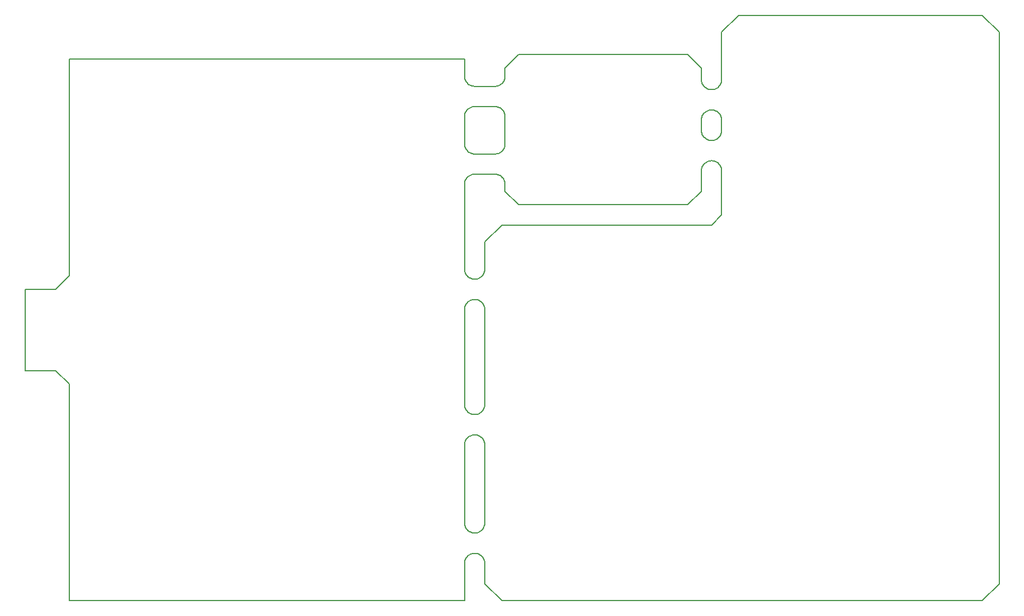
<source format=gko>
%FSTAX25Y25*%
%MOIN*%
%SFA1B1*%

%IPPOS*%
%ADD117C,0.008000*%
%ADD118C,0.007870*%
%LNunisolder52_full-1*%
%LPD*%
G54D117*
X0393701Y0279527D02*
Y0291339D01*
Y0314961D02*
Y0360236D01*
Y0383858D02*
Y0438976D01*
Y0462598D02*
Y0478346D01*
X038189Y0269685D02*
Y0291338D01*
Y0314961D02*
Y0360236D01*
Y0383858D02*
Y0438976D01*
Y0462598D02*
Y0511811D01*
Y0535433D02*
Y0551181D01*
Y0574803D02*
Y0584646D01*
X0405512Y0507874D02*
Y0511811D01*
Y0535433D02*
Y0551181D01*
Y0574803D02*
Y0579528D01*
X0531496Y0494095D02*
Y0519685D01*
Y0543307D02*
Y0549213D01*
Y0572835D02*
Y0600394D01*
X0519685Y0507874D02*
Y0519685D01*
Y0543307D02*
Y0549213D01*
Y0572835D02*
Y0579528D01*
G54D118*
X0399606Y0568898D02*
D01*
X0400017Y0568912*
X0400427Y0568955*
X0400833Y0569027*
X0401233Y0569126*
X0401625Y0569254*
X0402008Y0569408*
X0402378Y0569589*
X0402735Y0569795*
X0403077Y0570025*
X0403402Y0570279*
X0403708Y0570555*
X0403995Y0570852*
X0404259Y0571167*
X0404502Y0571501*
X040472Y0571851*
X0404914Y0572214*
X0405081Y0572591*
X0405222Y0572978*
X0405336Y0573375*
X0405422Y0573778*
X0405479Y0574186*
X0405508Y0574597*
X0405512Y0574803*
X0399606Y0529528D02*
D01*
X0400017Y0529542*
X0400427Y0529585*
X0400833Y0529657*
X0401233Y0529756*
X0401625Y0529884*
X0402008Y0530038*
X0402378Y0530219*
X0402735Y0530425*
X0403077Y0530655*
X0403402Y0530909*
X0403708Y0531185*
X0403995Y0531482*
X0404259Y0531797*
X0404502Y0532131*
X040472Y0532481*
X0404914Y0532844*
X0405081Y0533221*
X0405222Y0533608*
X0405336Y0534005*
X0405422Y0534408*
X0405479Y0534816*
X0405508Y0535227*
X0405512Y0535433*
Y0551181D02*
D01*
X0405497Y0551592*
X0405454Y0552002*
X0405382Y0552408*
X0405283Y0552808*
X0405155Y05532*
X0405001Y0553583*
X040482Y0553953*
X0404614Y055431*
X0404384Y0554652*
X040413Y0554977*
X0403854Y0555283*
X0403557Y055557*
X0403242Y0555834*
X0402908Y0556077*
X0402559Y0556295*
X0402195Y0556489*
X0401818Y0556656*
X0401431Y0556797*
X0401034Y0556911*
X0400631Y0556997*
X0400223Y0557054*
X0399812Y0557083*
X0399606Y0557087*
X0405512Y0511811D02*
D01*
X0405497Y0512222*
X0405454Y0512632*
X0405382Y0513038*
X0405283Y0513438*
X0405155Y051383*
X0405001Y0514213*
X040482Y0514583*
X0404614Y051494*
X0404384Y0515282*
X040413Y0515607*
X0403854Y0515913*
X0403557Y05162*
X0403242Y0516464*
X0402908Y0516707*
X0402559Y0516925*
X0402195Y0517119*
X0401818Y0517286*
X0401431Y0517427*
X0401034Y0517541*
X0400631Y0517627*
X0400223Y0517684*
X0399812Y0517713*
X0399606Y0517717*
X038189Y0535433D02*
D01*
X0381904Y0535021*
X0381947Y0534611*
X0382019Y0534205*
X0382118Y0533805*
X0382246Y0533413*
X03824Y053303*
X0382581Y053266*
X0382787Y0532303*
X0383017Y0531961*
X0383271Y0531636*
X0383547Y053133*
X0383844Y0531043*
X0384159Y0530779*
X0384493Y0530536*
X0384843Y0530318*
X0385206Y0530124*
X0385583Y0529957*
X038597Y0529816*
X0386367Y0529702*
X038677Y0529616*
X0387178Y0529559*
X0387589Y052953*
X0387795Y0529528*
Y0517717D02*
D01*
X0387383Y0517702*
X0386973Y0517659*
X0386567Y0517587*
X0386167Y0517488*
X0385775Y051736*
X0385392Y0517206*
X0385022Y0517025*
X0384665Y0516819*
X0384323Y0516589*
X0383998Y0516335*
X0383692Y0516059*
X0383405Y0515762*
X0383141Y0515447*
X0382898Y0515113*
X038268Y0514764*
X0382486Y05144*
X0382319Y0514023*
X0382178Y0513636*
X0382064Y0513239*
X0381978Y0512836*
X0381921Y0512428*
X0381892Y0512017*
X038189Y0511811*
X0387795Y0557087D02*
D01*
X0387383Y0557072*
X0386973Y0557029*
X0386567Y0556957*
X0386167Y0556858*
X0385775Y055673*
X0385392Y0556576*
X0385022Y0556395*
X0384665Y0556189*
X0384323Y0555959*
X0383998Y0555705*
X0383692Y0555429*
X0383405Y0555132*
X0383141Y0554817*
X0382898Y0554483*
X038268Y0554134*
X0382486Y055377*
X0382319Y0553393*
X0382178Y0553006*
X0382064Y0552609*
X0381978Y0552206*
X0381921Y0551798*
X0381892Y0551387*
X038189Y0551181*
Y0574803D02*
D01*
X0381904Y0574391*
X0381947Y0573981*
X0382019Y0573575*
X0382118Y0573175*
X0382246Y0572783*
X03824Y05724*
X0382581Y057203*
X0382787Y0571673*
X0383017Y0571331*
X0383271Y0571006*
X0383547Y05707*
X0383844Y0570413*
X0384159Y0570149*
X0384493Y0569906*
X0384843Y0569688*
X0385206Y0569494*
X0385583Y0569327*
X038597Y0569186*
X0386367Y0569072*
X038677Y0568986*
X0387178Y0568929*
X0387589Y05689*
X0387795Y0568898*
X0393701Y0360236D02*
D01*
X0393686Y0360647*
X0393643Y0361057*
X0393571Y0361463*
X0393472Y0361863*
X0393344Y0362255*
X039319Y0362638*
X0393009Y0363008*
X0392803Y0363365*
X0392573Y0363707*
X0392319Y0364032*
X0392043Y0364338*
X0391746Y0364625*
X0391431Y0364889*
X0391097Y0365132*
X0390748Y036535*
X0390384Y0365544*
X0390007Y0365711*
X038962Y0365852*
X0389223Y0365966*
X038882Y0366052*
X0388412Y0366109*
X0388001Y0366138*
X0387588*
X0387177Y0366109*
X0386769Y0366052*
X0386366Y0365966*
X0385969Y0365852*
X0385582Y0365711*
X0385205Y0365544*
X0384842Y036535*
X0384492Y0365132*
X0384158Y0364889*
X0383843Y0364625*
X0383546Y0364338*
X038327Y0364032*
X0383016Y0363707*
X0382786Y0363365*
X038258Y0363008*
X0382399Y0362638*
X0382245Y0362255*
X0382117Y0361863*
X0382018Y0361463*
X0381946Y0361057*
X0381903Y0360647*
X038189Y0360236*
Y0383858D02*
D01*
X0381904Y0383446*
X0381947Y0383036*
X0382019Y038263*
X0382118Y038223*
X0382246Y0381838*
X03824Y0381455*
X0382581Y0381085*
X0382787Y0380728*
X0383017Y0380386*
X0383271Y0380061*
X0383547Y0379755*
X0383844Y0379468*
X0384159Y0379204*
X0384493Y0378961*
X0384843Y0378743*
X0385206Y0378549*
X0385583Y0378382*
X038597Y0378241*
X0386367Y0378127*
X038677Y0378041*
X0387178Y0377984*
X0387589Y0377955*
X0388002*
X0388413Y0377984*
X0388821Y0378041*
X0389224Y0378127*
X0389621Y0378241*
X0390008Y0378382*
X0390385Y0378549*
X0390749Y0378743*
X0391098Y0378961*
X0391432Y0379204*
X0391747Y0379468*
X0392044Y0379755*
X039232Y0380061*
X0392574Y0380386*
X0392804Y0380728*
X039301Y0381085*
X0393191Y0381455*
X0393345Y0381838*
X0393473Y038223*
X0393572Y038263*
X0393644Y0383036*
X0393687Y0383446*
X0393701Y0383858*
Y0438976D02*
D01*
X0393686Y0439387*
X0393643Y0439797*
X0393571Y0440203*
X0393472Y0440603*
X0393344Y0440995*
X039319Y0441378*
X0393009Y0441748*
X0392803Y0442105*
X0392573Y0442447*
X0392319Y0442772*
X0392043Y0443078*
X0391746Y0443365*
X0391431Y0443629*
X0391097Y0443872*
X0390748Y044409*
X0390384Y0444284*
X0390007Y0444451*
X038962Y0444592*
X0389223Y0444706*
X038882Y0444792*
X0388412Y0444849*
X0388001Y0444878*
X0387588*
X0387177Y0444849*
X0386769Y0444792*
X0386366Y0444706*
X0385969Y0444592*
X0385582Y0444451*
X0385205Y0444284*
X0384842Y044409*
X0384492Y0443872*
X0384158Y0443629*
X0383843Y0443365*
X0383546Y0443078*
X038327Y0442772*
X0383016Y0442447*
X0382786Y0442105*
X038258Y0441748*
X0382399Y0441378*
X0382245Y0440995*
X0382117Y0440603*
X0382018Y0440203*
X0381946Y0439797*
X0381903Y0439387*
X038189Y0438976*
Y0462598D02*
D01*
X0381904Y0462186*
X0381947Y0461776*
X0382019Y046137*
X0382118Y046097*
X0382246Y0460578*
X03824Y0460195*
X0382581Y0459825*
X0382787Y0459468*
X0383017Y0459126*
X0383271Y0458801*
X0383547Y0458495*
X0383844Y0458208*
X0384159Y0457944*
X0384493Y0457701*
X0384843Y0457483*
X0385206Y0457289*
X0385583Y0457122*
X038597Y0456981*
X0386367Y0456867*
X038677Y0456781*
X0387178Y0456724*
X0387589Y0456695*
X0388002*
X0388413Y0456724*
X0388821Y0456781*
X0389224Y0456867*
X0389621Y0456981*
X0390008Y0457122*
X0390385Y0457289*
X0390749Y0457483*
X0391098Y0457701*
X0391432Y0457944*
X0391747Y0458208*
X0392044Y0458495*
X039232Y0458801*
X0392574Y0459126*
X0392804Y0459468*
X039301Y0459825*
X0393191Y0460195*
X0393345Y0460578*
X0393473Y046097*
X0393572Y046137*
X0393644Y0461776*
X0393687Y0462186*
X0393701Y0462598*
X038189Y0314961D02*
D01*
X0381904Y0314549*
X0381947Y0314139*
X0382019Y0313733*
X0382118Y0313333*
X0382246Y0312941*
X03824Y0312558*
X0382581Y0312188*
X0382787Y0311831*
X0383017Y0311489*
X0383271Y0311164*
X0383547Y0310858*
X0383844Y0310571*
X0384159Y0310307*
X0384493Y0310064*
X0384843Y0309846*
X0385206Y0309652*
X0385583Y0309485*
X038597Y0309344*
X0386367Y030923*
X038677Y0309144*
X0387178Y0309087*
X0387589Y0309058*
X0388002*
X0388413Y0309087*
X0388821Y0309144*
X0389224Y030923*
X0389621Y0309344*
X0390008Y0309485*
X0390385Y0309652*
X0390749Y0309846*
X0391098Y0310064*
X0391432Y0310307*
X0391747Y0310571*
X0392044Y0310858*
X039232Y0311164*
X0392574Y0311489*
X0392804Y0311831*
X039301Y0312188*
X0393191Y0312558*
X0393345Y0312941*
X0393473Y0313333*
X0393572Y0313733*
X0393644Y0314139*
X0393687Y0314549*
X0393701Y0314961*
Y0291339D02*
D01*
X0393686Y029175*
X0393643Y029216*
X0393571Y0292566*
X0393472Y0292966*
X0393344Y0293358*
X039319Y0293741*
X0393009Y0294111*
X0392803Y0294468*
X0392573Y029481*
X0392319Y0295135*
X0392043Y0295441*
X0391746Y0295728*
X0391431Y0295992*
X0391097Y0296235*
X0390748Y0296453*
X0390384Y0296647*
X0390007Y0296814*
X038962Y0296955*
X0389223Y0297069*
X038882Y0297155*
X0388412Y0297212*
X0388001Y0297241*
X0387588*
X0387177Y0297212*
X0386769Y0297155*
X0386366Y0297069*
X0385969Y0296955*
X0385582Y0296814*
X0385205Y0296647*
X0384842Y0296453*
X0384492Y0296235*
X0384158Y0295992*
X0383843Y0295728*
X0383546Y0295441*
X038327Y0295135*
X0383016Y029481*
X0382786Y0294468*
X038258Y0294111*
X0382399Y0293741*
X0382245Y0293358*
X0382117Y0292966*
X0382018Y0292566*
X0381946Y029216*
X0381903Y029175*
X0381889Y0291339*
X038189Y0291338*
X0531496Y0549213D02*
D01*
X0531481Y0549624*
X0531438Y0550034*
X0531366Y055044*
X0531267Y055084*
X0531139Y0551232*
X0530985Y0551615*
X0530804Y0551985*
X0530598Y0552342*
X0530368Y0552684*
X0530114Y0553009*
X0529838Y0553315*
X0529541Y0553602*
X0529226Y0553866*
X0528892Y0554109*
X0528543Y0554327*
X0528179Y0554521*
X0527802Y0554688*
X0527415Y0554829*
X0527018Y0554943*
X0526615Y0555029*
X0526207Y0555086*
X0525796Y0555115*
X0525383*
X0524972Y0555086*
X0524564Y0555029*
X0524161Y0554943*
X0523764Y0554829*
X0523377Y0554688*
X0523Y0554521*
X0522637Y0554327*
X0522287Y0554109*
X0521953Y0553866*
X0521638Y0553602*
X0521341Y0553315*
X0521065Y0553009*
X0520811Y0552684*
X0520581Y0552342*
X0520375Y0551985*
X0520194Y0551615*
X052004Y0551232*
X0519912Y055084*
X0519813Y055044*
X0519741Y0550034*
X0519698Y0549624*
X0519685Y0549213*
Y0543307D02*
D01*
X0519699Y0542895*
X0519742Y0542485*
X0519814Y0542079*
X0519913Y0541679*
X0520041Y0541287*
X0520195Y0540904*
X0520376Y0540534*
X0520582Y0540177*
X0520812Y0539835*
X0521066Y053951*
X0521342Y0539204*
X0521639Y0538917*
X0521954Y0538653*
X0522288Y053841*
X0522638Y0538192*
X0523001Y0537998*
X0523378Y0537831*
X0523765Y053769*
X0524162Y0537576*
X0524565Y053749*
X0524973Y0537433*
X0525384Y0537404*
X0525797*
X0526208Y0537433*
X0526616Y053749*
X0527019Y0537576*
X0527416Y053769*
X0527803Y0537831*
X052818Y0537998*
X0528544Y0538192*
X0528893Y053841*
X0529227Y0538653*
X0529542Y0538917*
X0529839Y0539204*
X0530115Y053951*
X0530369Y0539835*
X0530599Y0540177*
X0530805Y0540534*
X0530986Y0540904*
X053114Y0541287*
X0531268Y0541679*
X0531367Y0542079*
X0531439Y0542485*
X0531482Y0542895*
X0531496Y0543307*
X0519685Y0572835D02*
D01*
X0519699Y0572423*
X0519742Y0572013*
X0519814Y0571607*
X0519913Y0571207*
X0520041Y0570815*
X0520195Y0570432*
X0520376Y0570062*
X0520582Y0569705*
X0520812Y0569363*
X0521066Y0569038*
X0521342Y0568732*
X0521639Y0568445*
X0521954Y0568181*
X0522288Y0567938*
X0522638Y056772*
X0523001Y0567526*
X0523378Y0567359*
X0523765Y0567218*
X0524162Y0567104*
X0524565Y0567018*
X0524973Y0566961*
X0525384Y0566932*
X0525797*
X0526208Y0566961*
X0526616Y0567018*
X0527019Y0567104*
X0527416Y0567218*
X0527803Y0567359*
X052818Y0567526*
X0528544Y056772*
X0528893Y0567938*
X0529227Y0568181*
X0529542Y0568445*
X0529839Y0568732*
X0530115Y0569038*
X0530369Y0569363*
X0530599Y0569705*
X0530805Y0570062*
X0530986Y0570432*
X053114Y0570815*
X0531268Y0571207*
X0531367Y0571607*
X0531439Y0572013*
X0531482Y0572423*
X0531496Y0572835*
Y0519685D02*
D01*
X0531481Y0520096*
X0531438Y0520506*
X0531366Y0520912*
X0531267Y0521312*
X0531139Y0521704*
X0530985Y0522087*
X0530804Y0522457*
X0530598Y0522814*
X0530368Y0523156*
X0530114Y0523481*
X0529838Y0523787*
X0529541Y0524074*
X0529226Y0524338*
X0528892Y0524581*
X0528543Y0524799*
X0528179Y0524993*
X0527802Y052516*
X0527415Y0525301*
X0527018Y0525415*
X0526615Y0525501*
X0526207Y0525558*
X0525796Y0525587*
X0525383*
X0524972Y0525558*
X0524564Y0525501*
X0524161Y0525415*
X0523764Y0525301*
X0523377Y052516*
X0523Y0524993*
X0522637Y0524799*
X0522287Y0524581*
X0521953Y0524338*
X0521638Y0524074*
X0521341Y0523787*
X0521065Y0523481*
X0520811Y0523156*
X0520581Y0522814*
X0520375Y0522457*
X0520194Y0522087*
X052004Y0521704*
X0519912Y0521312*
X0519813Y0520912*
X0519741Y0520506*
X0519698Y0520096*
X0519685Y0519685*
X0511811Y05D02*
X0519685Y0507874D01*
X015187Y0458661D02*
Y0584646D01*
X0143996Y0450787D02*
X015187Y0458661D01*
X0126279Y0450787D02*
X0143996D01*
X0126279Y0403543D02*
Y0450787D01*
Y0403543D02*
X0143996D01*
X015187Y0395669*
Y0269685D02*
Y0395669D01*
Y0269685D02*
X038189D01*
X015187Y0584646D02*
X038189D01*
X0405512Y0579528D02*
X0413386Y0587402D01*
X0511811*
X0519685Y0579528*
X0413386Y05D02*
X0511811D01*
X0405512Y0507874D02*
X0413386Y05D01*
X0393701Y0279527D02*
X0403543Y0269685D01*
X0393701Y0478346D02*
X0403543Y0488189D01*
X0683071Y0269685D02*
X0692913Y0279527D01*
X0403543Y0269685D02*
X0683071D01*
X0692913Y0279527D02*
Y0600394D01*
X0683071Y0610236D02*
X0692913Y0600394D01*
X0541338Y0610236D02*
X0683071D01*
X0531496Y0600394D02*
X0541338Y0610236D01*
X0525591Y0488189D02*
X0531496Y0494095D01*
X0403543Y0488189D02*
X0525591D01*
X0387795Y0517717D02*
X0399606D01*
X0387795Y0529528D02*
X0399606D01*
X0387795Y0557087D02*
X0399606D01*
X0387795Y0568898D02*
X0399606D01*
M02*
</source>
